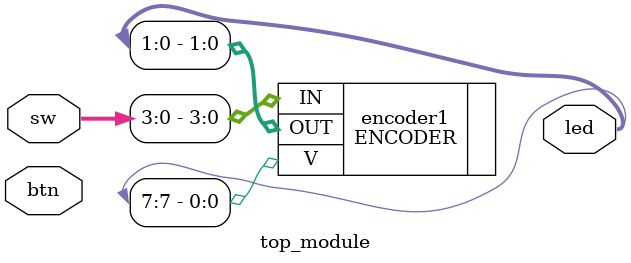
<source format=v>
`timescale 1ns / 1ps



module top_module(
    input [7:0] sw,
    input [3:0] btn,
    output [7:0] led
 //   output [6:0] cat,
 //   output dp,
 //   output [3:0] an
    );
 
//    DECODER decoder1(
//        .IN(sw[3:0]),
//        .OUT({dp,cat,led})
//          );
//    
//    assign an = 4'b1110;


    ENCODER encoder1(
        .IN(sw[3:0]),
        .OUT(led[1:0]),
        .V(led[7])
        );
        
//      MUX mux1(
//      .D(sw[3:0]),
//      .S(btn[2:0]),
//      .O(led[0])      
//      );  

//        DEMUX demux1(
//        .D(sw[0]),
//        .S(btn[1:0]),
//        .O(led[3:0])
//        );
endmodule



</source>
